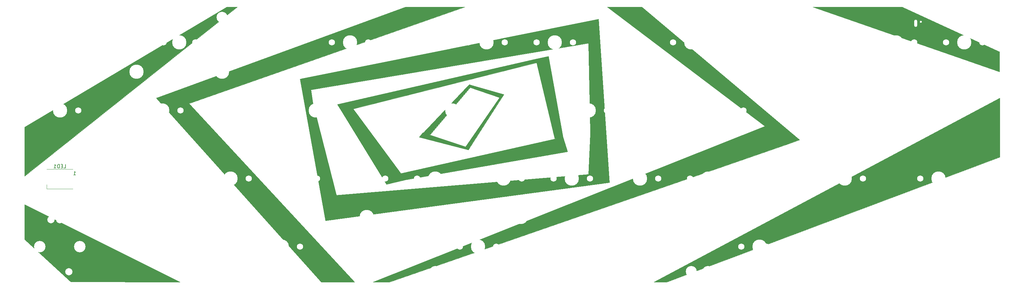
<source format=gbr>
%TF.GenerationSoftware,KiCad,Pcbnew,(5.1.12)-1*%
%TF.CreationDate,2022-01-18T19:21:30-06:00*%
%TF.ProjectId,pcb,7063622e-6b69-4636-9164-5f7063625858,rev?*%
%TF.SameCoordinates,Original*%
%TF.FileFunction,Legend,Bot*%
%TF.FilePolarity,Positive*%
%FSLAX46Y46*%
G04 Gerber Fmt 4.6, Leading zero omitted, Abs format (unit mm)*
G04 Created by KiCad (PCBNEW (5.1.12)-1) date 2022-01-18 19:21:30*
%MOMM*%
%LPD*%
G01*
G04 APERTURE LIST*
%ADD10C,0.100000*%
%ADD11C,0.120000*%
%ADD12C,0.150000*%
%ADD13R,1.500000X1.000000*%
%ADD14R,2.000000X2.000000*%
%ADD15C,2.000000*%
%ADD16C,3.200000*%
%ADD17C,3.987800*%
%ADD18C,3.048000*%
%ADD19C,1.750000*%
%ADD20C,4.400000*%
%ADD21C,0.800000*%
%ADD22O,0.900000X2.000000*%
%ADD23O,0.900000X1.700000*%
%ADD24C,0.600000*%
G04 APERTURE END LIST*
D10*
G36*
X114833400Y-155803600D02*
G01*
X84340700Y-155790900D01*
X71450200Y-143941800D01*
X71462900Y-134200900D01*
X114833400Y-155803600D01*
G37*
X114833400Y-155803600D02*
X84340700Y-155790900D01*
X71450200Y-143941800D01*
X71462900Y-134200900D01*
X114833400Y-155803600D01*
G36*
X195580000Y-118364000D02*
G01*
X195326000Y-118872000D01*
X181610000Y-115316000D01*
X182626000Y-114046000D01*
X195580000Y-118364000D01*
G37*
X195580000Y-118364000D02*
X195326000Y-118872000D01*
X181610000Y-115316000D01*
X182626000Y-114046000D01*
X195580000Y-118364000D01*
G36*
X195326000Y-118872000D02*
G01*
X194310000Y-118364000D01*
X204470000Y-103632000D01*
X205232000Y-103378000D01*
X195326000Y-118872000D01*
G37*
X195326000Y-118872000D02*
X194310000Y-118364000D01*
X204470000Y-103632000D01*
X205232000Y-103378000D01*
X195326000Y-118872000D01*
G36*
X205232000Y-103378000D02*
G01*
X204470000Y-104394000D01*
X195580000Y-101346000D01*
X196342000Y-100838000D01*
X205232000Y-103378000D01*
G37*
X205232000Y-103378000D02*
X204470000Y-104394000D01*
X195580000Y-101346000D01*
X196342000Y-100838000D01*
X205232000Y-103378000D01*
G36*
X196342000Y-100838000D02*
G01*
X183642000Y-115824000D01*
X181610000Y-115316000D01*
X195580000Y-100584000D01*
X196342000Y-100838000D01*
G37*
X196342000Y-100838000D02*
X183642000Y-115824000D01*
X181610000Y-115316000D01*
X195580000Y-100584000D01*
X196342000Y-100838000D01*
G36*
X214376000Y-94488000D02*
G01*
X160020000Y-108204000D01*
X158750000Y-106172000D01*
X214122000Y-93472000D01*
X214376000Y-94488000D01*
G37*
X214376000Y-94488000D02*
X160020000Y-108204000D01*
X158750000Y-106172000D01*
X214122000Y-93472000D01*
X214376000Y-94488000D01*
G36*
X221742000Y-115316000D02*
G01*
X219456000Y-115824000D01*
X214122000Y-93472000D01*
X217678000Y-92710000D01*
X221742000Y-115316000D01*
G37*
X221742000Y-115316000D02*
X219456000Y-115824000D01*
X214122000Y-93472000D01*
X217678000Y-92710000D01*
X221742000Y-115316000D01*
G36*
X223012000Y-119380000D02*
G01*
X177800000Y-127254000D01*
X176530000Y-125476000D01*
X221742000Y-115316000D01*
X223012000Y-119380000D01*
G37*
X223012000Y-119380000D02*
X177800000Y-127254000D01*
X176530000Y-125476000D01*
X221742000Y-115316000D01*
X223012000Y-119380000D01*
G36*
X177800000Y-127254000D02*
G01*
X172466000Y-128524000D01*
X160020000Y-108204000D01*
X162814000Y-106934000D01*
X177800000Y-127254000D01*
G37*
X177800000Y-127254000D02*
X172466000Y-128524000D01*
X160020000Y-108204000D01*
X162814000Y-106934000D01*
X177800000Y-127254000D01*
G36*
X151892000Y-105664000D02*
G01*
X150114000Y-102362000D01*
X151384000Y-102108000D01*
X151892000Y-105664000D01*
G37*
X151892000Y-105664000D02*
X150114000Y-102362000D01*
X151384000Y-102108000D01*
X151892000Y-105664000D01*
G36*
X229362000Y-113538000D02*
G01*
X228854000Y-89154000D01*
X228854000Y-88646000D01*
X230886000Y-87122000D01*
X229362000Y-113538000D01*
G37*
X229362000Y-113538000D02*
X228854000Y-89154000D01*
X228854000Y-88646000D01*
X230886000Y-87122000D01*
X229362000Y-113538000D01*
G36*
X231140000Y-88646000D02*
G01*
X149606000Y-102362000D01*
X148336000Y-99060000D01*
X231648000Y-82296000D01*
X231140000Y-88646000D01*
G37*
X231140000Y-88646000D02*
X149606000Y-102362000D01*
X148336000Y-99060000D01*
X231648000Y-82296000D01*
X231140000Y-88646000D01*
G36*
X234696000Y-128016000D02*
G01*
X228854000Y-125730000D01*
X230378000Y-92202000D01*
X231648000Y-82296000D01*
X234696000Y-128016000D01*
G37*
X234696000Y-128016000D02*
X228854000Y-125730000D01*
X230378000Y-92202000D01*
X231648000Y-82296000D01*
X234696000Y-128016000D01*
G36*
X234696000Y-128016000D02*
G01*
X155448000Y-138684000D01*
X158496000Y-131572000D01*
X228854000Y-125730000D01*
X234696000Y-128016000D01*
G37*
X234696000Y-128016000D02*
X155448000Y-138684000D01*
X158496000Y-131572000D01*
X228854000Y-125730000D01*
X234696000Y-128016000D01*
G36*
X151892000Y-105664000D02*
G01*
X158496000Y-131572000D01*
X155448000Y-138684000D01*
X148336000Y-99060000D01*
X151892000Y-105664000D01*
G37*
X151892000Y-105664000D02*
X158496000Y-131572000D01*
X155448000Y-138684000D01*
X148336000Y-99060000D01*
X151892000Y-105664000D01*
G36*
X117348000Y-105918000D02*
G01*
X108204000Y-104394000D01*
X177812700Y-78879700D01*
X194335400Y-78879700D01*
X117348000Y-105918000D01*
G37*
X117348000Y-105918000D02*
X108204000Y-104394000D01*
X177812700Y-78879700D01*
X194335400Y-78879700D01*
X117348000Y-105918000D01*
G36*
X287782000Y-116078000D02*
G01*
X284988000Y-117094000D01*
X278130000Y-112268000D01*
X234073700Y-78879700D01*
X243725700Y-78879700D01*
X287782000Y-116078000D01*
G37*
X287782000Y-116078000D02*
X284988000Y-117094000D01*
X278130000Y-112268000D01*
X234073700Y-78879700D01*
X243725700Y-78879700D01*
X287782000Y-116078000D01*
G36*
X284988000Y-117094000D02*
G01*
X173329600Y-155816300D01*
X168757600Y-155816300D01*
X278130000Y-112268000D01*
X284988000Y-117094000D01*
G37*
X284988000Y-117094000D02*
X173329600Y-155816300D01*
X168757600Y-155816300D01*
X278130000Y-112268000D01*
X284988000Y-117094000D01*
G36*
X117348000Y-105918000D02*
G01*
X163576000Y-155816300D01*
X154292300Y-155803600D01*
X108204000Y-104394000D01*
X117348000Y-105918000D01*
G37*
X117348000Y-105918000D02*
X163576000Y-155816300D01*
X154292300Y-155803600D01*
X108204000Y-104394000D01*
X117348000Y-105918000D01*
G36*
X343611200Y-91440000D02*
G01*
X343611200Y-97028000D01*
X291541200Y-78879700D01*
X316433200Y-78879700D01*
X343611200Y-91440000D01*
G37*
X343611200Y-91440000D02*
X343611200Y-97028000D01*
X291541200Y-78879700D01*
X316433200Y-78879700D01*
X343611200Y-91440000D01*
G36*
X343623900Y-120904000D02*
G01*
X250698000Y-155816300D01*
X247142000Y-155816300D01*
X343623900Y-104394000D01*
X343623900Y-120904000D01*
G37*
X343623900Y-120904000D02*
X250698000Y-155816300D01*
X247142000Y-155816300D01*
X343623900Y-104394000D01*
X343623900Y-120904000D01*
G36*
X71450200Y-126212600D02*
G01*
X71450200Y-112496600D01*
X127914400Y-78892400D01*
X130784600Y-78892400D01*
X71450200Y-126212600D01*
G37*
X71450200Y-126212600D02*
X71450200Y-112496600D01*
X127914400Y-78892400D01*
X130784600Y-78892400D01*
X71450200Y-126212600D01*
D11*
%TO.C,LED1*%
X84930000Y-124250000D02*
X77630000Y-124250000D01*
X84930000Y-129750000D02*
X77630000Y-129750000D01*
X77630000Y-129750000D02*
X77630000Y-128600000D01*
D12*
X82399047Y-123952380D02*
X82875238Y-123952380D01*
X82875238Y-122952380D01*
X82065714Y-123428571D02*
X81732380Y-123428571D01*
X81589523Y-123952380D02*
X82065714Y-123952380D01*
X82065714Y-122952380D01*
X81589523Y-122952380D01*
X81160952Y-123952380D02*
X81160952Y-122952380D01*
X80922857Y-122952380D01*
X80780000Y-123000000D01*
X80684761Y-123095238D01*
X80637142Y-123190476D01*
X80589523Y-123380952D01*
X80589523Y-123523809D01*
X80637142Y-123714285D01*
X80684761Y-123809523D01*
X80780000Y-123904761D01*
X80922857Y-123952380D01*
X81160952Y-123952380D01*
X79637142Y-123952380D02*
X80208571Y-123952380D01*
X79922857Y-123952380D02*
X79922857Y-122952380D01*
X80018095Y-123095238D01*
X80113333Y-123190476D01*
X80208571Y-123238095D01*
X85144285Y-125852380D02*
X85715714Y-125852380D01*
X85430000Y-125852380D02*
X85430000Y-124852380D01*
X85525238Y-124995238D01*
X85620476Y-125090476D01*
X85715714Y-125138095D01*
%TD*%
%LPC*%
D13*
%TO.C,LED1*%
X83730000Y-125400000D03*
X83730000Y-128600000D03*
X78830000Y-125400000D03*
X78830000Y-128600000D03*
%TD*%
D14*
%TO.C,E1*%
X83780000Y-138430000D03*
D15*
X81280000Y-138430000D03*
X78780000Y-138430000D03*
D16*
X86880000Y-145930000D03*
X75680000Y-145930000D03*
D15*
X83780000Y-152930000D03*
X78780000Y-152930000D03*
%TD*%
D17*
%TO.C,MX54*%
X166992300Y-137668000D03*
X262242300Y-137668000D03*
D18*
X166992300Y-152908000D03*
X262242300Y-152908000D03*
D19*
X209537300Y-145923000D03*
X219697300Y-145923000D03*
D17*
X214617300Y-145923000D03*
%TD*%
D19*
%TO.C,MX53*%
X288734500Y-145910300D03*
X278574500Y-145910300D03*
D17*
X283654500Y-145910300D03*
%TD*%
D19*
%TO.C,MX52*%
X312547000Y-145923000D03*
X302387000Y-145923000D03*
D17*
X307467000Y-145923000D03*
%TD*%
D19*
%TO.C,MX51*%
X336423000Y-145923000D03*
X326263000Y-145923000D03*
D17*
X331343000Y-145923000D03*
%TD*%
%TO.C,MX45*%
X186067700Y-137668000D03*
X209943700Y-137668000D03*
D18*
X186067700Y-152908000D03*
X209943700Y-152908000D03*
D19*
X192925700Y-145923000D03*
X203085700Y-145923000D03*
D17*
X198005700Y-145923000D03*
%TD*%
%TO.C,MX44*%
X233692700Y-137668000D03*
X257568700Y-137668000D03*
D18*
X233692700Y-152908000D03*
X257568700Y-152908000D03*
D19*
X240550700Y-145923000D03*
X250710700Y-145923000D03*
D17*
X245630700Y-145923000D03*
%TD*%
D20*
%TO.C,H6*%
X92202000Y-138684000D03*
%TD*%
%TO.C,H5*%
X92202000Y-95504000D03*
%TD*%
%TO.C,H3*%
X252730000Y-117856000D03*
%TD*%
%TO.C,H4*%
X157480000Y-117856000D03*
%TD*%
%TO.C,H2*%
X324104000Y-138684000D03*
%TD*%
%TO.C,H1*%
X324104000Y-95504000D03*
%TD*%
D19*
%TO.C,MX14*%
X76244450Y-88773000D03*
X86404450Y-88773000D03*
D17*
X81324450Y-88773000D03*
%TD*%
D21*
%TO.C,SW1*%
X90854000Y-100330000D03*
%TD*%
D17*
%TO.C,MX50*%
X114661950Y-88773000D03*
D19*
X119741950Y-88773000D03*
X109581950Y-88773000D03*
D18*
X126599950Y-81788000D03*
X102723950Y-81788000D03*
D17*
X126599950Y-97028000D03*
X102723950Y-97028000D03*
%TD*%
%TO.C,MX49*%
X105136950Y-145923000D03*
D19*
X110216950Y-145923000D03*
X100056950Y-145923000D03*
%TD*%
D17*
%TO.C,MX48*%
X124186950Y-145923000D03*
D19*
X129266950Y-145923000D03*
X119106950Y-145923000D03*
%TD*%
D17*
%TO.C,MX47*%
X143236950Y-145923000D03*
D19*
X148316950Y-145923000D03*
X138156950Y-145923000D03*
%TD*%
D17*
%TO.C,MX46*%
X162286950Y-145923000D03*
D19*
X167366950Y-145923000D03*
X157206950Y-145923000D03*
%TD*%
D17*
%TO.C,MX43*%
X276586950Y-145923000D03*
D19*
X281666950Y-145923000D03*
X271506950Y-145923000D03*
%TD*%
D17*
%TO.C,MX42*%
X295636950Y-145923000D03*
D19*
X300716950Y-145923000D03*
X290556950Y-145923000D03*
%TD*%
D17*
%TO.C,MX41*%
X314686950Y-145923000D03*
D19*
X319766950Y-145923000D03*
X309606950Y-145923000D03*
%TD*%
D17*
%TO.C,MX40*%
X333736950Y-145923000D03*
D19*
X338816950Y-145923000D03*
X328656950Y-145923000D03*
%TD*%
D17*
%TO.C,MX39*%
X107518200Y-126873000D03*
D19*
X112598200Y-126873000D03*
X102438200Y-126873000D03*
%TD*%
D17*
%TO.C,MX38*%
X128949450Y-126873000D03*
D19*
X134029450Y-126873000D03*
X123869450Y-126873000D03*
%TD*%
D17*
%TO.C,MX37*%
X147999450Y-126873000D03*
D19*
X153079450Y-126873000D03*
X142919450Y-126873000D03*
%TD*%
D17*
%TO.C,MX36*%
X167049450Y-126873000D03*
D19*
X172129450Y-126873000D03*
X161969450Y-126873000D03*
%TD*%
D17*
%TO.C,MX35*%
X186099450Y-126873000D03*
D19*
X191179450Y-126873000D03*
X181019450Y-126873000D03*
%TD*%
D17*
%TO.C,MX34*%
X205149450Y-126873000D03*
D19*
X210229450Y-126873000D03*
X200069450Y-126873000D03*
%TD*%
D17*
%TO.C,MX33*%
X224199450Y-126873000D03*
D19*
X229279450Y-126873000D03*
X219119450Y-126873000D03*
%TD*%
D17*
%TO.C,MX32*%
X243249450Y-126873000D03*
D19*
X248329450Y-126873000D03*
X238169450Y-126873000D03*
%TD*%
D17*
%TO.C,MX31*%
X262299450Y-126873000D03*
D19*
X267379450Y-126873000D03*
X257219450Y-126873000D03*
%TD*%
D17*
%TO.C,MX30*%
X281349450Y-126873000D03*
D19*
X286429450Y-126873000D03*
X276269450Y-126873000D03*
%TD*%
D17*
%TO.C,MX29*%
X300399450Y-126873000D03*
D19*
X305479450Y-126873000D03*
X295319450Y-126873000D03*
%TD*%
D17*
%TO.C,MX28*%
X326593200Y-126873000D03*
D19*
X331673200Y-126873000D03*
X321513200Y-126873000D03*
%TD*%
%TO.C,MX27*%
X76244450Y-107823000D03*
X86404450Y-107823000D03*
D17*
X81324450Y-107823000D03*
%TD*%
%TO.C,MX26*%
X109899450Y-107823000D03*
D19*
X114979450Y-107823000D03*
X104819450Y-107823000D03*
%TD*%
D17*
%TO.C,MX25*%
X133711950Y-107823000D03*
D19*
X138791950Y-107823000D03*
X128631950Y-107823000D03*
%TD*%
D17*
%TO.C,MX24*%
X152761950Y-107823000D03*
D19*
X157841950Y-107823000D03*
X147681950Y-107823000D03*
%TD*%
D17*
%TO.C,MX23*%
X171811950Y-107823000D03*
D19*
X176891950Y-107823000D03*
X166731950Y-107823000D03*
%TD*%
D17*
%TO.C,MX22*%
X190861950Y-107823000D03*
D19*
X195941950Y-107823000D03*
X185781950Y-107823000D03*
%TD*%
D17*
%TO.C,MX21*%
X209911950Y-107823000D03*
D19*
X214991950Y-107823000D03*
X204831950Y-107823000D03*
%TD*%
D17*
%TO.C,MX20*%
X228961950Y-107823000D03*
D19*
X234041950Y-107823000D03*
X223881950Y-107823000D03*
%TD*%
D17*
%TO.C,MX19*%
X248011950Y-107823000D03*
D19*
X253091950Y-107823000D03*
X242931950Y-107823000D03*
%TD*%
D17*
%TO.C,MX18*%
X267061950Y-107823000D03*
D19*
X272141950Y-107823000D03*
X261981950Y-107823000D03*
%TD*%
D17*
%TO.C,MX17*%
X286111950Y-107823000D03*
D19*
X291191950Y-107823000D03*
X281031950Y-107823000D03*
%TD*%
D17*
%TO.C,MX16*%
X305161950Y-107823000D03*
D19*
X310241950Y-107823000D03*
X300081950Y-107823000D03*
%TD*%
D17*
%TO.C,MX15*%
X328974450Y-107823000D03*
D19*
X334054450Y-107823000D03*
X323894450Y-107823000D03*
%TD*%
D17*
%TO.C,MX13*%
X105136950Y-88773000D03*
D19*
X110216950Y-88773000D03*
X100056950Y-88773000D03*
%TD*%
D17*
%TO.C,MX12*%
X124186950Y-88773000D03*
D19*
X129266950Y-88773000D03*
X119106950Y-88773000D03*
%TD*%
D17*
%TO.C,MX11*%
X143236950Y-88773000D03*
D19*
X148316950Y-88773000D03*
X138156950Y-88773000D03*
%TD*%
D17*
%TO.C,MX10*%
X162286950Y-88773000D03*
D19*
X167366950Y-88773000D03*
X157206950Y-88773000D03*
%TD*%
D17*
%TO.C,MX9*%
X181336950Y-88773000D03*
D19*
X186416950Y-88773000D03*
X176256950Y-88773000D03*
%TD*%
D17*
%TO.C,MX8*%
X200386950Y-88773000D03*
D19*
X205466950Y-88773000D03*
X195306950Y-88773000D03*
%TD*%
D17*
%TO.C,MX7*%
X219436950Y-88773000D03*
D19*
X224516950Y-88773000D03*
X214356950Y-88773000D03*
%TD*%
D17*
%TO.C,MX6*%
X238486950Y-88773000D03*
D19*
X243566950Y-88773000D03*
X233406950Y-88773000D03*
%TD*%
D17*
%TO.C,MX5*%
X257536950Y-88773000D03*
D19*
X262616950Y-88773000D03*
X252456950Y-88773000D03*
%TD*%
D17*
%TO.C,MX4*%
X276586950Y-88773000D03*
D19*
X281666950Y-88773000D03*
X271506950Y-88773000D03*
%TD*%
D17*
%TO.C,MX3*%
X295636950Y-88773000D03*
D19*
X300716950Y-88773000D03*
X290556950Y-88773000D03*
%TD*%
D17*
%TO.C,MX2*%
X314686950Y-88773000D03*
D19*
X319766950Y-88773000D03*
X309606950Y-88773000D03*
%TD*%
D17*
%TO.C,MX1*%
X333736950Y-88773000D03*
D19*
X338816950Y-88773000D03*
X328656950Y-88773000D03*
%TD*%
D22*
%TO.C,J1*%
X328832400Y-83473880D03*
X320192400Y-83473880D03*
D23*
X328832400Y-79303880D03*
X320192400Y-79303880D03*
D24*
X321622400Y-82993880D03*
X327402400Y-82993880D03*
%TD*%
M02*

</source>
